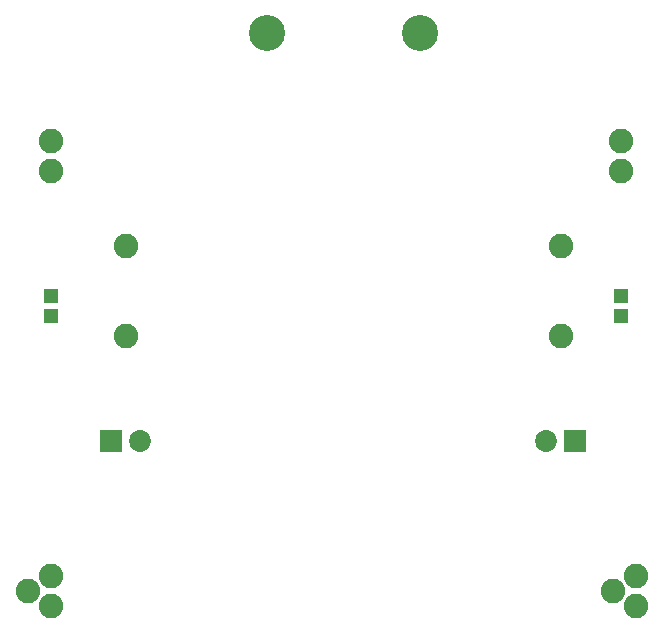
<source format=gts>
G75*
%MOIN*%
%OFA0B0*%
%FSLAX25Y25*%
%IPPOS*%
%LPD*%
%AMOC8*
5,1,8,0,0,1.08239X$1,22.5*
%
%ADD10C,0.12050*%
%ADD11C,0.07300*%
%ADD12R,0.07300X0.07300*%
%ADD13C,0.08200*%
%ADD14R,0.04737X0.05131*%
D10*
X0103000Y0227000D03*
X0154000Y0227000D03*
D11*
X0196079Y0091000D03*
X0060921Y0091000D03*
D12*
X0051079Y0091000D03*
X0205921Y0091000D03*
D13*
X0031000Y0036000D03*
X0023500Y0041000D03*
X0031000Y0046000D03*
X0056000Y0126000D03*
X0056000Y0156000D03*
X0031000Y0181000D03*
X0031000Y0191000D03*
X0201000Y0156000D03*
X0221000Y0181000D03*
X0221000Y0191000D03*
X0201000Y0126000D03*
X0226000Y0046000D03*
X0218500Y0041000D03*
X0226000Y0036000D03*
D14*
X0221000Y0132654D03*
X0221000Y0139346D03*
X0031000Y0139346D03*
X0031000Y0132654D03*
M02*

</source>
